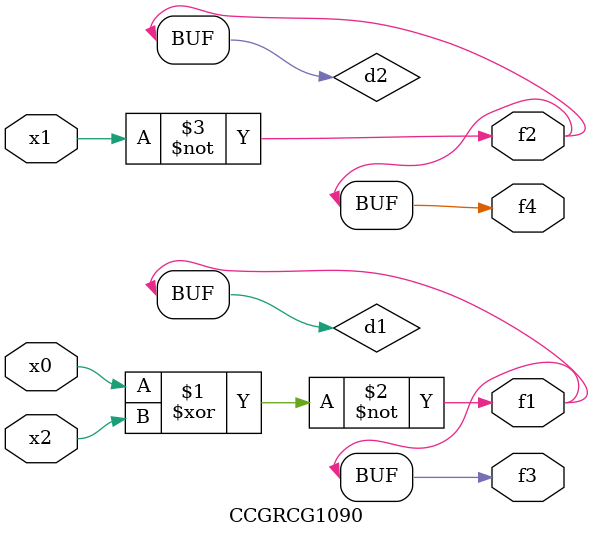
<source format=v>
module CCGRCG1090(
	input x0, x1, x2,
	output f1, f2, f3, f4
);

	wire d1, d2, d3;

	xnor (d1, x0, x2);
	nand (d2, x1);
	nor (d3, x1, x2);
	assign f1 = d1;
	assign f2 = d2;
	assign f3 = d1;
	assign f4 = d2;
endmodule

</source>
